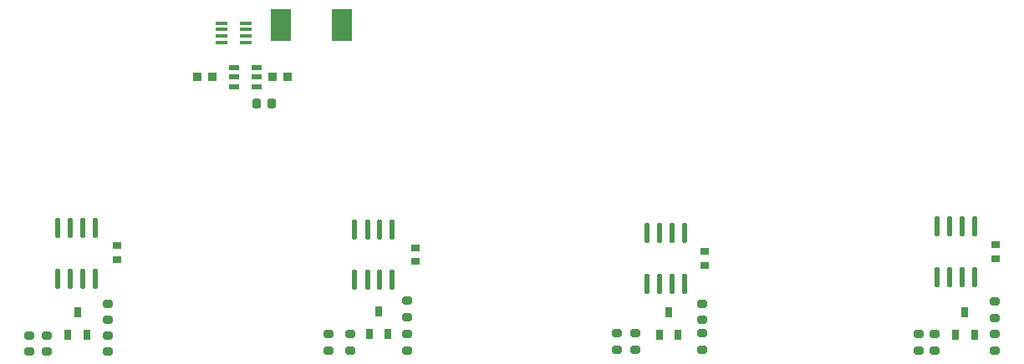
<source format=gbr>
%TF.GenerationSoftware,KiCad,Pcbnew,9.0.6*%
%TF.CreationDate,2026-01-03T23:52:13+01:00*%
%TF.ProjectId,Artnet-Node,4172746e-6574-42d4-9e6f-64652e6b6963,rev?*%
%TF.SameCoordinates,Original*%
%TF.FileFunction,Paste,Bot*%
%TF.FilePolarity,Positive*%
%FSLAX46Y46*%
G04 Gerber Fmt 4.6, Leading zero omitted, Abs format (unit mm)*
G04 Created by KiCad (PCBNEW 9.0.6) date 2026-01-03 23:52:13*
%MOMM*%
%LPD*%
G01*
G04 APERTURE LIST*
G04 Aperture macros list*
%AMRoundRect*
0 Rectangle with rounded corners*
0 $1 Rounding radius*
0 $2 $3 $4 $5 $6 $7 $8 $9 X,Y pos of 4 corners*
0 Add a 4 corners polygon primitive as box body*
4,1,4,$2,$3,$4,$5,$6,$7,$8,$9,$2,$3,0*
0 Add four circle primitives for the rounded corners*
1,1,$1+$1,$2,$3*
1,1,$1+$1,$4,$5*
1,1,$1+$1,$6,$7*
1,1,$1+$1,$8,$9*
0 Add four rect primitives between the rounded corners*
20,1,$1+$1,$2,$3,$4,$5,0*
20,1,$1+$1,$4,$5,$6,$7,0*
20,1,$1+$1,$6,$7,$8,$9,0*
20,1,$1+$1,$8,$9,$2,$3,0*%
G04 Aperture macros list end*
%ADD10RoundRect,0.200000X-0.275000X0.200000X-0.275000X-0.200000X0.275000X-0.200000X0.275000X0.200000X0*%
%ADD11R,1.070000X0.530000*%
%ADD12R,0.900000X0.800000*%
%ADD13R,0.800000X1.000000*%
%ADD14RoundRect,0.225000X0.225000X0.250000X-0.225000X0.250000X-0.225000X-0.250000X0.225000X-0.250000X0*%
%ADD15R,2.000000X3.300000*%
%ADD16R,0.810000X0.860000*%
%ADD17O,0.590000X2.050000*%
%ADD18RoundRect,0.200000X0.275000X-0.200000X0.275000X0.200000X-0.275000X0.200000X-0.275000X-0.200000X0*%
%ADD19O,1.250000X0.360000*%
G04 APERTURE END LIST*
D10*
%TO.C,R27*%
X116400000Y-121180000D03*
X116400000Y-122820000D03*
%TD*%
%TO.C,R35*%
X206200000Y-120980000D03*
X206200000Y-122620000D03*
%TD*%
D11*
%TO.C,U5*%
X129150000Y-99150000D03*
X129150000Y-98200000D03*
X129150000Y-97250000D03*
X131450000Y-97250000D03*
X131450000Y-98200000D03*
X131450000Y-99150000D03*
%TD*%
D10*
%TO.C,R33*%
X146700000Y-124280000D03*
X146700000Y-125920000D03*
%TD*%
%TO.C,R36*%
X200100000Y-124280000D03*
X200100000Y-125920000D03*
%TD*%
D12*
%TO.C,C26*%
X206300000Y-116600000D03*
X206300000Y-115200000D03*
%TD*%
D10*
%TO.C,R39*%
X176600000Y-121180000D03*
X176600000Y-122820000D03*
%TD*%
%TO.C,R25*%
X116400000Y-124380000D03*
X116400000Y-126020000D03*
%TD*%
D13*
%TO.C,D7*%
X174150000Y-124350000D03*
X172250000Y-124350000D03*
X173200000Y-122050000D03*
%TD*%
D10*
%TO.C,R32*%
X140900000Y-124280000D03*
X140900000Y-125920000D03*
%TD*%
D12*
%TO.C,C25*%
X176800000Y-117300000D03*
X176800000Y-115900000D03*
%TD*%
D14*
%TO.C,C20*%
X132980000Y-100900000D03*
X131420000Y-100900000D03*
%TD*%
D12*
%TO.C,C27*%
X117300000Y-116700000D03*
X117300000Y-115300000D03*
%TD*%
D15*
%TO.C,R26*%
X140070000Y-92900000D03*
X133930000Y-92900000D03*
%TD*%
D16*
%TO.C,R23*%
X133050000Y-98200000D03*
X134550000Y-98200000D03*
%TD*%
D13*
%TO.C,D5*%
X144750000Y-124250000D03*
X142850000Y-124250000D03*
X143800000Y-121950000D03*
%TD*%
D17*
%TO.C,U8*%
X111262500Y-113530000D03*
X112542500Y-113530000D03*
X113802500Y-113530000D03*
X115072500Y-113530000D03*
X115072500Y-118670000D03*
X113802500Y-118670000D03*
X112542500Y-118670000D03*
X111262500Y-118670000D03*
%TD*%
D18*
%TO.C,R30*%
X138700000Y-125920000D03*
X138700000Y-124280000D03*
%TD*%
D13*
%TO.C,D4*%
X114250000Y-124350000D03*
X112350000Y-124350000D03*
X113300000Y-122050000D03*
%TD*%
D16*
%TO.C,R22*%
X125450000Y-98200000D03*
X126950000Y-98200000D03*
%TD*%
D17*
%TO.C,U12*%
X170990000Y-114030000D03*
X172270000Y-114030000D03*
X173530000Y-114030000D03*
X174800000Y-114030000D03*
X174800000Y-119170000D03*
X173530000Y-119170000D03*
X172270000Y-119170000D03*
X170990000Y-119170000D03*
%TD*%
D10*
%TO.C,R37*%
X206200000Y-124280000D03*
X206200000Y-125920000D03*
%TD*%
D19*
%TO.C,U9*%
X130330000Y-92720000D03*
X130330000Y-93370000D03*
X130330000Y-94020000D03*
X130330000Y-94680000D03*
X127870000Y-94680000D03*
X127870000Y-94020000D03*
X127870000Y-93370000D03*
X127870000Y-92720000D03*
%TD*%
D18*
%TO.C,R34*%
X198500000Y-125920000D03*
X198500000Y-124280000D03*
%TD*%
D10*
%TO.C,R29*%
X110200000Y-124380000D03*
X110200000Y-126020000D03*
%TD*%
D13*
%TO.C,D6*%
X204150000Y-124350000D03*
X202250000Y-124350000D03*
X203200000Y-122050000D03*
%TD*%
D17*
%TO.C,U11*%
X200390000Y-113330000D03*
X201670000Y-113330000D03*
X202930000Y-113330000D03*
X204200000Y-113330000D03*
X204200000Y-118470000D03*
X202930000Y-118470000D03*
X201670000Y-118470000D03*
X200390000Y-118470000D03*
%TD*%
D10*
%TO.C,R31*%
X146700000Y-120880000D03*
X146700000Y-122520000D03*
%TD*%
%TO.C,R41*%
X176600000Y-124180000D03*
X176600000Y-125820000D03*
%TD*%
D12*
%TO.C,C24*%
X147500000Y-116900000D03*
X147500000Y-115500000D03*
%TD*%
D18*
%TO.C,R28*%
X108400000Y-126020000D03*
X108400000Y-124380000D03*
%TD*%
%TO.C,R38*%
X167900000Y-125820000D03*
X167900000Y-124180000D03*
%TD*%
D17*
%TO.C,U10*%
X141390000Y-113630000D03*
X142670000Y-113630000D03*
X143930000Y-113630000D03*
X145200000Y-113630000D03*
X145200000Y-118770000D03*
X143930000Y-118770000D03*
X142670000Y-118770000D03*
X141390000Y-118770000D03*
%TD*%
D10*
%TO.C,R40*%
X169800000Y-124180000D03*
X169800000Y-125820000D03*
%TD*%
M02*

</source>
